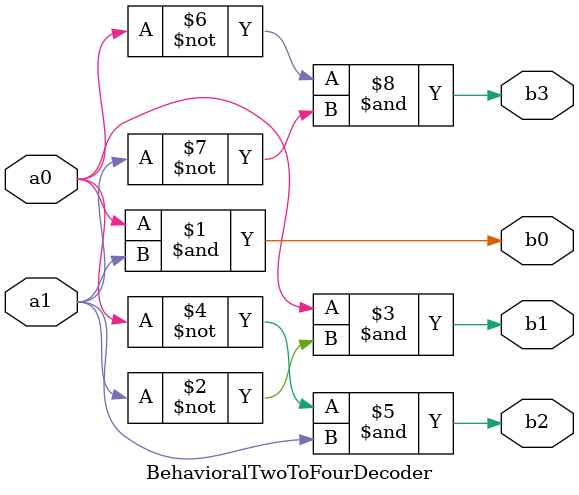
<source format=sv>
`timescale 1ns / 1ps


module BehavioralTwoToFourDecoder( input a0, a1, output b0, b1, b2, b3 );

    assign b0 = a0 & a1;
    assign b1 = a0 & ~a1;
    assign b2 = ~a0 & a1;
    assign b3 = ~a0 & ~a1;

endmodule

</source>
